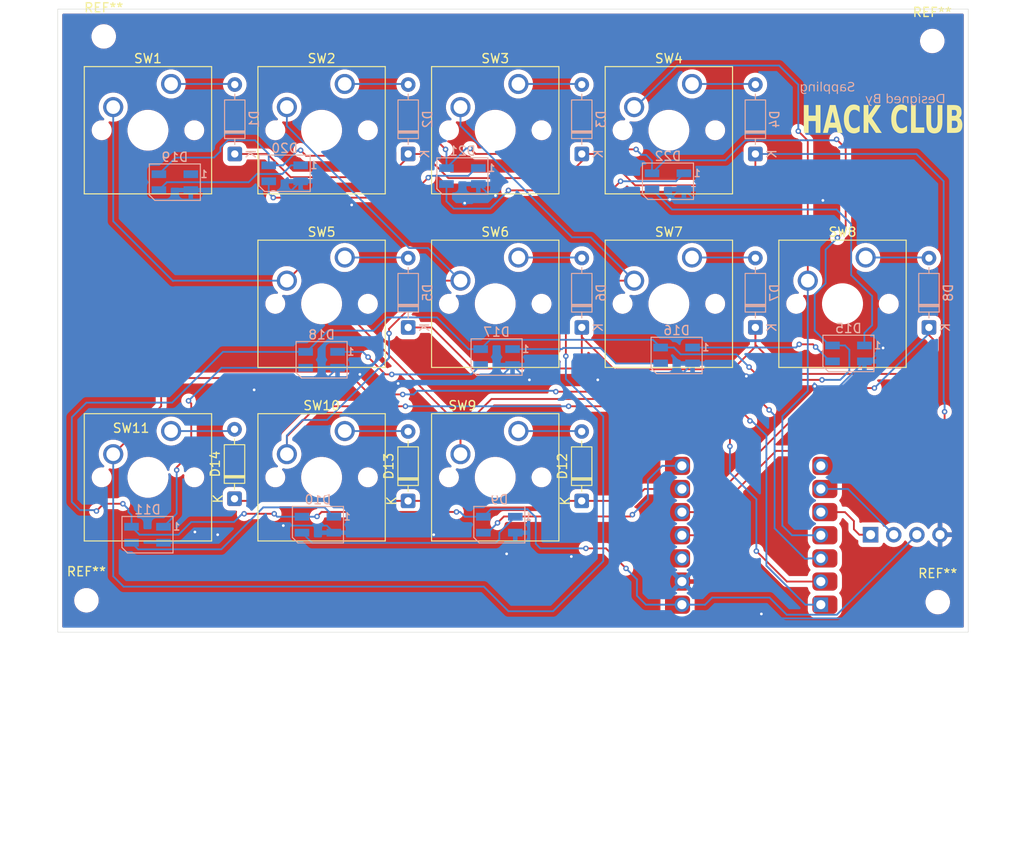
<source format=kicad_pcb>
(kicad_pcb (version 20241229) (generator "pcbnew") (generator_version "9.0")
  (layers (0 "F.Cu" signal) (2 "B.Cu" signal) (13 "F.Paste" user) (15 "B.Paste" user) (5 "F.SilkS" user "F.Silkscreen") (7 "B.SilkS" user "B.Silkscreen") (1 "F.Mask" user) (3 "B.Mask" user) (25 "Edge.Cuts" user))
  (net 0 "")
  (net 1 "R1")
  (net 2 "Net-(D1-A)")
  (net 3 "Net-(D2-A)")
  (net 4 "Net-(D3-A)")
  (net 5 "Net-(D4-A)")
  (net 6 "C5")
  (net 7 "Net-(D5-A)")
  (net 8 "Net-(D6-A)")
  (net 9 "Net-(D7-A)")
  (net 10 "Net-(D8-A)")
  (net 11 "Net-(D9-DIN)")
  (net 12 "C1")
  (net 13 "C2")
  (net 14 "C3")
  (net 15 "C4")
  (net 16 "3.3V")
  (net 17 "SDA")
  (net 18 "SCL")
  (net 19 "R2")
  (net 20 "GND1")
  (net 21 "Net-(D10-DIN)")
  (net 22 "VDD1")
  (net 23 "Net-(D10-DOUT)")
  (net 24 "Dout1")
  (net 25 "R3")
  (net 26 "Net-(D12-A)")
  (net 27 "Net-(D13-A)")
  (net 28 "Net-(D14-A)")
  (net 29 "Dout2")
  (net 30 "Net-(D15-DIN)")
  (net 31 "Net-(D16-DIN)")
  (net 32 "Net-(D17-DIN)")
  (net 34 "Net-(D19-DIN)")
  (net 35 "Net-(D20-DIN)")
  (net 36 "Net-(D21-DIN)")
  (footprint "MountingHole:MountingHole_2.2mm_M2" (layer "F.Cu") (at 90.4 65.9)
    (property "Reference" "REF**")
    (property "Value" "MountingHole_2.2mm_M2")
  )
  (footprint "MountingHole:MountingHole_2.2mm_M2" (layer "F.Cu") (at 88.5 127.8)
    (property "Reference" "REF**")
    (property "Value" "MountingHole_2.2mm_M2")
  )
  (footprint "ScottoKeebs_Components:OLED_128x32" (layer "F.Cu") (at 184.33 119 -90)
    (property "Reference" "U2" (hide yes))
    (property "Value" "~")
  )
  (footprint "Button_Switch_Keyboard:SW_Cherry_MX_1.00u_PCB" (layer "F.Cu") (at 135.89 109.22)
    (property "Reference" "SW9")
    (property "Value" "SW_Push")
  )
  (footprint "Diode_THT:D_DO-35_SOD27_P7.62mm_Horizontal" (layer "F.Cu") (at 104.7464 116.6494 90)
    (property "Reference" "D14")
    (property "Value" "1N4148")
  )
  (footprint "Button_Switch_Keyboard:SW_Cherry_MX_1.00u_PCB" (layer "F.Cu") (at 154.94 90.17)
    (property "Reference" "SW7")
    (property "Value" "SW_Push")
  )
  (footprint "Diode_THT:D_DO-35_SOD27_P7.62mm_Horizontal" (layer "F.Cu") (at 142.836 116.8885 90)
    (property "Reference" "D12")
    (property "Value" "1N4148")
  )
  (footprint "Button_Switch_Keyboard:SW_Cherry_MX_1.00u_PCB" (layer "F.Cu") (at 135.89 90.17)
    (property "Reference" "SW6")
    (property "Value" "SW_Push")
  )
  (footprint "Button_Switch_Keyboard:SW_Cherry_MX_1.00u_PCB" (layer "F.Cu") (at 97.79 109.22)
    (property "Reference" "SW11")
    (property "Value" "SW_Push")
  )
  (footprint "Button_Switch_Keyboard:SW_Cherry_MX_1.00u_PCB" (layer "F.Cu") (at 97.79 71.12)
    (property "Reference" "SW1")
    (property "Value" "SW_Push")
  )
  (footprint "Button_Switch_Keyboard:SW_Cherry_MX_1.00u_PCB" (layer "F.Cu") (at 116.84 90.17)
    (property "Reference" "SW5")
    (property "Value" "SW_Push")
  )
  (footprint "Button_Switch_Keyboard:SW_Cherry_MX_1.00u_PCB" (layer "F.Cu") (at 154.94 71.12)
    (property "Reference" "SW4")
    (property "Value" "SW_Push")
  )
  (footprint "Button_Switch_Keyboard:SW_Cherry_MX_1.00u_PCB" (layer "F.Cu") (at 135.89 71.12)
    (property "Reference" "SW3")
    (property "Value" "SW_Push")
  )
  (footprint "ScottoKeebs_MCU:Seeed_XIAO_RP2040" (layer "F.Cu") (at 161.45 120.66 180)
    (property "Reference" "U1" (hide yes))
    (property "Value" "XIAO-RP2040-DIP")
  )
  (footprint "Diode_THT:D_DO-35_SOD27_P7.62mm_Horizontal" (layer "F.Cu") (at 123.7912 116.8885 90)
    (property "Reference" "D13")
    (property "Value" "1N4148")
  )
  (footprint "MountingHole:MountingHole_2.2mm_M2" (layer "F.Cu") (at 181.9 128)
    (property "Reference" "REF**")
    (property "Value" "MountingHole_2.2mm_M2")
  )
  (footprint "Button_Switch_Keyboard:SW_Cherry_MX_1.00u_PCB" (layer "F.Cu") (at 116.84 109.22)
    (property "Reference" "SW10")
    (property "Value" "SW_Push")
  )
  (footprint "MountingHole:MountingHole_2.2mm_M2" (layer "F.Cu") (at 181.3 66.4)
    (property "Reference" "REF**")
    (property "Value" "MountingHole_2.2mm_M2")
  )
  (footprint "Button_Switch_Keyboard:SW_Cherry_MX_1.00u_PCB" (layer "F.Cu") (at 116.84 71.12)
    (property "Reference" "SW2")
    (property "Value" "SW_Push")
  )
  (footprint "Button_Switch_Keyboard:SW_Cherry_MX_1.00u_PCB" (layer "F.Cu") (at 173.99 90.17)
    (property "Reference" "SW8")
    (property "Value" "SW_Push")
  )
  (footprint "Diode_THT:D_DO-35_SOD27_P7.62mm_Horizontal" (layer "B.Cu") (at 161.8912 97.8489 90)
    (property "Reference" "D7")
    (property "Value" "1N4148")
  )
  (footprint "Diode_THT:D_DO-35_SOD27_P7.62mm_Horizontal" (layer "B.Cu") (at 142.8464 78.8041 90)
    (property "Reference" "D3")
    (property "Value" "1N4148")
  )
  (footprint "LED_SMD:LED_SK6812MINI_PLCC4_3.5x3.5mm_P1.75mm" (layer "B.Cu") (at 113.9 119.5 180)
    (property "Reference" "D10")
    (property "Value" "SK6812MINI")
  )
  (footprint "LED_SMD:LED_SK6812MINI_PLCC4_3.5x3.5mm_P1.75mm" (layer "B.Cu") (at 129.75 81.225 180)
    (property "Reference" "D21")
    (property "Value" "SK6812MINI")
  )
  (footprint "Diode_THT:D_DO-35_SOD27_P7.62mm_Horizontal" (layer "B.Cu") (at 104.775 78.8041 90)
    (property "Reference" "D1")
    (property "Value" "1N4148")
  )
  (footprint "LED_SMD:LED_SK6812MINI_PLCC4_3.5x3.5mm_P1.75mm" (layer "B.Cu") (at 153.25 100.925 180)
    (property "Reference" "D16")
    (property "Value" "SK6812MINI")
  )
  (footprint "LED_SMD:LED_SK6812MINI_PLCC4_3.5x3.5mm_P1.75mm" (layer "B.Cu") (at 110.25 80.925 180)
    (property "Reference" "D20")
    (property "Value" "SK6812MINI")
  )
  (footprint "LED_SMD:LED_SK6812MINI_PLCC4_3.5x3.5mm_P1.75mm" (layer "B.Cu") (at 172.1 100.7 180)
    (property "Reference" "D15")
    (property "Value" "SK6812MINI")
  )
  (footprint "LED_SMD:LED_SK6812MINI_PLCC4_3.5x3.5mm_P1.75mm" (layer "B.Cu") (at 152.3 81.8 180)
    (property "Reference" "D22")
    (property "Value" "SK6812MINI")
  )
  (footprint "Diode_THT:D_DO-35_SOD27_P7.62mm_Horizontal" (layer "B.Cu") (at 142.8464 97.8489 90)
    (property "Reference" "D6")
    (property "Value" "1N4148")
  )
  (footprint "Diode_THT:D_DO-35_SOD27_P7.62mm_Horizontal" (layer "B.Cu") (at 180.936 97.8489 90)
    (property "Reference" "D8")
    (property "Value" "1N4148")
  )
  (footprint "LED_SMD:LED_SK6812MINI_PLCC4_3.5x3.5mm_P1.75mm" (layer "B.Cu") (at 133.5 101.1 180)
    (property "Reference" "D17")
    (property "Value" "SK6812MINI")
  )
  (footprint "LED_SMD:LED_SK6812MINI_PLCC4_3.5x3.5mm_P1.75mm" (layer "B.Cu") (at 98.2 81.9 180)
    (property "Reference" "D19")
    (property "Value" "SK6812MINI")
  )
  (footprint "Diode_THT:D_DO-35_SOD27_P7.62mm_Horizontal" (layer "B.Cu") (at 161.8912 78.8041 90)
    (property "Reference" "D4")
    (property "Value" "1N4148")
  )
  (footprint "LED_SMD:LED_SK6812MINI_PLCC4_3.5x3.5mm_P1.75mm" (layer "B.Cu") (at 133.8 119.5 180)
    (property "Reference" "D9")
    (property "Value" "SK6812MINI")
  )
  (footprint "Diode_THT:D_DO-35_SOD27_P7.62mm_Horizontal" (layer "B.Cu") (at 123.8016 78.8041 90)
    (property "Reference" "D2")
    (property "Value" "1N4148")
  )
  (footprint "Diode_THT:D_DO-35_SOD27_P7.62mm_Horizontal" (layer "B.Cu") (at 123.8016 97.8489 90)
    (property "Reference" "D5")
    (property "Value" "1N4148")
  )
  (footprint "LED_SMD:LED_SK6812MINI_PLCC4_3.5x3.5mm_P1.75mm" (layer "B.Cu") (at 95.2 120.6 180)
    (property "Reference" "D11")
    (property "Value" "SK6812MINI")
  )
  (footprint "LED_SMD:LED_SK6812MINI_PLCC4_3.5x3.5mm_P1.75mm" (layer "B.Cu") (at 114.3 101.4 180)
    (property "Reference" "D18")
    (property "Value" "SK6812MINI")
  )
  (gr_rect (start 85.35 62.9) (end 185.25 131.3) (stroke (width 0.05)) (fill no) (layer "Edge.Cuts"))
  (gr_text "HACK CLUB" (at 166.95 77 0) (layer "F.SilkS") (effects (font (size 3 2) (thickness 0.3) (bold yes)) (justify left bottom)))
  (gr_text "Designed By" (at 182.75 73.4 0) (layer "B.SilkS") (effects (font (size 1 1) (thickness 0.1)) (justify left bottom mirror)))
  (gr_text "Sappling" (at 166.75 72.1 0) (layer "B.SilkS") (effects (font (size 1 1) (thickness 0.1)) (justify right bottom mirror)))
  (segment (start 176.45 114.4) (end 182.65 108.2) (width 0.2) (layer "F.Cu") (net 1))
  (segment (start 142.8464 78.8041) (end 145.2541 78.8041) (width 0.2) (layer "F.Cu") (net 1))
  (segment (start 164.15 111.4) (end 172.25 111.4) (width 0.2) (layer "F.Cu") (net 1))
  (segment (start 182.65 107.2) (end 182.65 107.1) (width 0.2) (layer "F.Cu") (net 1))
  (segment (start 161.9 80.45) (end 161.8912 80.4412) (width 0.2) (layer "F.Cu") (net 1))
  (segment (start 182.65 108.2) (end 182.65 107.2) (width 0.2) (layer "F.Cu") (net 1))
  (segment (start 123.8016 79.1484) (end 123.8016 78.8041) (width 0.2) (layer "F.Cu") (net 1))
  (segment (start 145.2541 78.8041) (end 148.7 82.25) (width 0.2) (layer "F.Cu") (net 1))
  (segment (start 148.7 82.25) (end 160.3 82.25) (width 0.2) (layer "F.Cu") (net 1))
  (segment (start 108.3541 78.8041) (end 110.9 81.35) (width 0.2) (layer "F.Cu") (net 1))
  (segment (start 123.8016 78.8041) (end 125.5541 78.8041) (width 0.2) (layer "F.Cu") (net 1))
  (segment (start 161.8912 80.4412) (end 161.8912 78.8041) (width 0.2) (layer "F.Cu") (net 1))
  (segment (start 175.25 114.4) (end 176.45 114.4) (width 0.2) (layer "F.Cu") (net 1))
  (segment (start 153.83 120.66) (end 156.31 120.66) (width 0.2) (layer "F.Cu") (net 1))
  (segment (start 110.9 81.35) (end 121.6 81.35) (width 0.2) (layer "F.Cu") (net 1))
  (segment (start 160.3 82.25) (end 161.9 80.65) (width 0.2) (layer "F.Cu") (net 1))
  (segment (start 161.9 80.65) (end 161.9 80.45) (width 0.2) (layer "F.Cu") (net 1))
  (segment (start 125.5541 78.8041) (end 128.2 81.45) (width 0.2) (layer "F.Cu") (net 1))
  (segment (start 159.03 119.62) (end 159.95 118.7) (width 0.2) (layer "F.Cu") (net 1))
  (segment (start 172.25 111.4) (end 175.25 114.4) (width 0.2) (layer "F.Cu") (net 1))
  (segment (start 121.6 81.35) (end 123.8016 79.1484) (width 0.2) (layer "F.Cu") (net 1))
  (segment (start 128.2 81.45) (end 141 81.45) (width 0.2) (layer "F.Cu") (net 1))
  (segment (start 159.95 118.7) (end 159.95 115.6) (width 0.2) (layer "F.Cu") (net 1))
  (segment (start 156.85 120.12) (end 157.05 120.12) (width 0.2) (layer "F.Cu") (net 1))
  (segment (start 157.55 119.62) (end 159.03 119.62) (width 0.2) (layer "F.Cu") (net 1))
  (segment (start 157.05 120.12) (end 157.55 119.62) (width 0.2) (layer "F.Cu") (net 1))
  (segment (start 141 81.45) (end 142.8464 79.6036) (width 0.2) (layer "F.Cu") (net 1))
  (segment (start 156.31 120.66) (end 156.85 120.12) (width 0.2) (layer "F.Cu") (net 1))
  (segment (start 104.775 78.8041) (end 108.3541 78.8041) (width 0.2) (layer "F.Cu") (net 1))
  (segment (start 159.95 115.6) (end 164.15 111.4) (width 0.2) (layer "F.Cu") (net 1))
  (segment (start 142.8464 79.6036) (end 142.8464 78.8041) (width 0.2) (layer "F.Cu") (net 1))
  (via (at 182.65 107.1) (size 0.6) (drill 0.3) (layers "F.Cu" "B.Cu") (net 1))
  (segment (start 161.8912 78.8041) (end 179.5541 78.8041) (width 0.2) (layer "B.Cu") (net 1))
  (segment (start 182.65 107.1) (end 182.65 106.1) (width 0.2) (layer "B.Cu") (net 1))
  (segment (start 182.55 81.8) (end 182.55 106) (width 0.2) (layer "B.Cu") (net 1))
  (segment (start 179.5541 78.8041) (end 182.55 81.8) (width 0.2) (layer "B.Cu") (net 1))
  (segment (start 182.65 106.1) (end 182.55 106) (width 0.2) (layer "B.Cu") (net 1))
  (segment (start 104.7109 71.12) (end 104.775 71.1841) (width 0.2) (layer "B.Cu") (net 2))
  (segment (start 97.79 71.12) (end 97.79 71.2482) (width 0.2) (layer "B.Cu") (net 2))
  (segment (start 97.79 71.12) (end 104.7109 71.12) (width 0.2) (layer "B.Cu") (net 2))
  (segment (start 97.79 71.2482) (end 97.615 71.4232) (width 0.2) (layer "B.Cu") (net 2))
  (segment (start 116.84 71.12) (end 123.7375 71.12) (width 0.2) (layer "B.Cu") (net 3))
  (segment (start 123.7375 71.12) (end 123.8016 71.1841) (width 0.2) (layer "B.Cu") (net 3))
  (segment (start 135.89 71.12) (end 142.7823 71.12) (width 0.2) (layer "B.Cu") (net 4))
  (segment (start 142.7823 71.12) (end 142.8464 71.1841) (width 0.2) (layer "B.Cu") (net 4))
  (segment (start 154.94 71.12) (end 161.8271 71.12) (width 0.2) (layer "B.Cu") (net 5))
  (segment (start 161.8271 71.12) (end 161.8912 71.1841) (width 0.2) (layer "B.Cu") (net 5))
  (segment (start 123.7427 90.17) (end 123.8016 90.2289) (width 0.2) (layer "B.Cu") (net 7))
  (segment (start 116.84 90.17) (end 123.7427 90.17) (width 0.2) (layer "B.Cu") (net 7))
  (segment (start 135.89 90.17) (end 142.7875 90.17) (width 0.2) (layer "B.Cu") (net 8))
  (segment (start 142.7875 90.17) (end 142.8464 90.2289) (width 0.2) (layer "B.Cu") (net 8))
  (segment (start 154.94 90.17) (end 161.8323 90.17) (width 0.2) (layer "B.Cu") (net 9))
  (segment (start 161.8323 90.17) (end 161.8912 90.2289) (width 0.2) (layer "B.Cu") (net 9))
  (segment (start 180.8771 90.17) (end 180.936 90.2289) (width 0.2) (layer "B.Cu") (net 10))
  (segment (start 173.99 90.17) (end 180.8771 90.17) (width 0.2) (layer "B.Cu") (net 10))
  (segment (start 134.3 118.6) (end 146.6 118.6) (width 0.2) (layer "F.Cu") (net 11))
  (segment (start 133.6 119.3) (end 134.3 118.6) (width 0.2) (layer "F.Cu") (net 11))
  (segment (start 148.2 118.6) (end 148.4 118.4) (width 0.2) (layer "F.Cu") (net 11))
  (segment (start 146.6 118.6) (end 148.2 118.6) (width 0.2) (layer "F.Cu") (net 11))
  (via (at 133.6 119.3) (size 0.6) (drill 0.3) (layers "F.Cu" "B.Cu") (net 11))
  (via (at 148.4 118.4) (size 0.6) (drill 0.3) (layers "F.Cu" "B.Cu") (net 11))
  (segment (start 148.4 118.4) (end 150.1 116.7) (width 0.2) (layer "B.Cu") (net 11))
  (segment (start 132.05 120.375) (end 132.525 120.375) (width 0.2) (layer "B.Cu") (net 11))
  (segment (start 151.66 113.04) (end 153.83 113.04) (width 0.2) (layer "B.Cu") (net 11))
  (segment (start 132.525 120.375) (end 133.6 119.3) (width 0.2) (layer "B.Cu") (net 11))
  (segment (start 150.1 116.7) (end 150.1 114.6) (width 0.2) (layer "B.Cu") (net 11))
  (segment (start 150.1 114.6) (end 151.66 113.04) (width 0.2) (layer "B.Cu") (net 11))
  (segment (start 132.94 105.7) (end 141.4 105.7) (width 0.2) (layer "F.Cu") (net 12))
  (segment (start 129.54 111.76) (end 129.54 109.1) (width 0.2) (layer "F.Cu") (net 12))
  (segment (start 161.3 108) (end 161.3 108.1) (width 0.2) (layer "F.Cu") (net 12))
  (segment (start 160.8 107.5) (end 161.3 108) (width 0.2) (layer "F.Cu") (net 12))
  (segment (start 158.435401 106.076345) (end 159.859056 107.5) (width 0.2) (layer "F.Cu") (net 12))
  (segment (start 129.54 109.1) (end 132.94 105.7) (width 0.2) (layer "F.Cu") (net 12))
  (segment (start 116.8 93.2) (end 117.3 93.2) (width 0.2) (layer "F.Cu") (net 12))
  (segment (start 159.859056 107.5) (end 160.7 107.5) (width 0.2) (layer "F.Cu") (net 12))
  (segment (start 129.54 108.74) (end 129.54 111.76) (width 0.2) (layer "F.Cu") (net 12))
  (segment (start 141.4 105.7) (end 158.059056 105.7) (width 0.2) (layer "F.Cu") (net 12))
  (segment (start 117.7 96.9) (end 129.54 108.74) (width 0.2) (layer "F.Cu") (net 12))
  (segment (start 117.7 93.6) (end 117.7 96.9) (width 0.2) (layer "F.Cu") (net 12))
  (segment (start 158.059056 105.7) (end 158.435401 106.076345) (width 0.2) (layer "F.Cu") (net 12))
  (segment (start 117.3 93.2) (end 117.7 93.6) (width 0.2) (layer "F.Cu") (net 12))
  (segment (start 115.1 91.5) (end 116.8 93.2) (width 0.2) (layer "F.Cu") (net 12))
  (segment (start 160.7 107.5) (end 160.8 107.5) (width 0.2) (layer "F.Cu") (net 12))
  (segment (start 111.7 91.5) (end 115.1 91.5) (width 0.2) (layer "F.Cu") (net 12))
  (segment (start 110.49 92.71) (end 111.7 91.5) (width 0.2) (layer "F.Cu") (net 12))
  (via (at 161.3 108.1) (size 0.6) (drill 0.3) (layers "F.Cu" "B.Cu") (net 12))
  (segment (start 91.44 86.19) (end 98 92.75) (width 0.2) (layer "B.Cu") (net 12))
  (segment (start 163.1 109.7) (end 163.1 124) (width 0.2) (layer "B.Cu") (net 12))
  (segment (start 163.1 124) (end 167.4 128.3) (width 0.2) (layer "B.Cu") (net 12))
  (segment (start 161.5 108.1) (end 163.1 109.7) (width 0.2) (layer "B.Cu") (net 12))
  (segment (start 167.42 128.28) (end 169.07 128.28) (width 0.2) (layer "B.Cu") (net 12))
  (segment (start 161.3 108.1) (end 161.5 108.1) (width 0.2) (layer "B.Cu") (net 12))
  (segment (start 98 92.75) (end 98.04 92.71) (width 0.2) (layer "B.Cu") (net 12))
  (segment (start 98.04 92.71) (end 110.49 92.71) (width 0.2) (layer "B.Cu") (net 12))
  (segment (start 91.44 73.66) (end 91.44 86.19) (width 0.2) (layer "B.Cu") (net 12))
  (segment (start 167.4 128.3) (end 167.42 128.28) (width 0.2) (layer "B.Cu") (net 12))
  (segment (start 159.1 109.7) (end 159.1 110.9) (width 0.2) (layer "F.Cu") (net 13))
  (segment (start 110.49 111.76) (end 110.49 109.81) (width 0.2) (layer "F.Cu") (net 13))
  (segment (start 126.99 92.71) (end 121.7 98) (width 0.2) (layer "F.Cu") (net 13))
  (segment (start 162 122.4) (end 165.34 125.74) (width 0.2) (layer "F.Cu") (net 13))
  (segment (start 121.7 98) (end 121.7 98.5) (width 0.2) (layer "F.Cu") (net 13))
  (segment (start 141.4 106.5) (end 155.9 106.5) (width 0.2) (layer "F.Cu") (net 13))
  (segment (start 111.7 108.6) (end 113.8 106.5) (width 0.2) (layer "F.Cu") (net 13))
  (segment (start 129.54 92.71) (end 126.99 92.71) (width 0.2) (layer "F.Cu") (net 13))
  (segment (start 165.34 125.74) (end 169.07 125.74) (width 0.2) (layer "F.Cu") (net 13))
  (segment (start 155.9 106.5) (end 158.9 109.5) (width 0.2) (layer "F.Cu") (net 13))
  (segment (start 158.9 109.5) (end 159.1 109.7) (width 0.2) (layer "F.Cu") (net 13))
  (segment (start 110.49 109.81) (end 111.7 108.6) (width 0.2) (layer "F.Cu") (net 13))
  (segment (start 113.8 106.5) (end 123.5 106.5) (width 0.2) (layer "F.Cu") (net 13))
  (via (at 162 122.4) (size 0.6) (drill 0.3) (layers "F.Cu" "B.Cu") (net 13))
  (via (at 121.7 98.5) (size 0.6) (drill 0.3) (layers "F.Cu" "B.Cu") (net 13))
  (via (at 141.4 106.5) (size 0.6) (drill 0.3) (layers "F.Cu" "B.Cu") (net 13))
  (via (at 123.5 106.5) (size 0.6) (drill 0.3) (layers "F.Cu" "B.Cu") (net 13))
  (via (at 159.1 110.9) (size 0.6) (drill 0.3) (layers "F.Cu" "B.Cu") (net 13))
  (segment (start 159.1 110.9) (end 159.1 113.8) (width 0.2) (layer "B.Cu") (net 13))
  (segment (start 112.2 108) (end 110.49 109.71) (width 0.2) (layer "B.Cu") (net 13))
  (segment (start 161.8 116.5) (end 162 116.7) (width 0.2) (layer "B.Cu") (net 13))
  (segment (start 114.9 108) (end 112.2 108) (width 0.2) (layer "B.Cu") (net 13))
  (segment (start 110.49 73.66) (end 110.49 75.714816) (width 0.2) (layer "B.Cu") (net 13))
  (segment (start 121.7 98.5) (end 121.7 101.2) (width 0.2) (layer "B.Cu") (net 13))
  (segment (start 162 116.7) (end 162 122.4) (width 0.2) (layer "B.Cu") (net 13))
  (segment (start 159.1 113.8) (end 161.8 116.5) (width 0.2) (layer "B.Cu") (net 13))
  (segment (start 121.7 101.2) (end 114.9 108) (width 0.2) (layer "B.Cu") (net 13))
  (segment (start 110.49 109.71) (end 110.49 111.76) (width 0.2) (layer "B.Cu") (net 13))
  (segment (start 110.49 75.714816) (end 123.903084 89.1279) (width 0.2) (layer "B.Cu") (net 13))
  (segment (start 123.903084 89.1279) (end 125.9579 89.1279) (width 0.2) (layer "B.Cu") (net 13))
  (segment (start 123.5 106.5) (end 141.4 106.5) (width 0.2) (layer "B.Cu") (net 13))
  (segment (start 125.9579 89.1279) (end 129.54 92.71) (width 0.2) (layer "B.Cu") (net 13))
  (segment (start 119.167872 104.808426) (end 119.559445 105.199999) (width 0.2) (layer "F.Cu") (net 14))
  (segment (start 119.559445 105.199999) (end 123.201075 105.199999) (width 0.2) (layer "F.Cu") (net 14))
  (segment (start 142.66847 92.71) (end 141.1 94.27847) (width 0.2) (layer "F.Cu") (net 14))
  (segment (start 140 104.9) (end 161.4 104.9) (width 0.2) (layer "F.Cu") (net 14))
  (segment (start 141.1 94.27847) (end 141.1 101) (width 0.2) (layer "F.Cu") (net 14))
  (segment (start 161.4 104.9) (end 163.4 106.9) (width 0.2) (layer "F.Cu") (net 14))
  (segment (start 148.59 92.71) (end 142.66847 92.71) (width 0.2) (layer "F.Cu") (net 14))
  (segment (start 96.7 104.2) (end 97.5 103.4) (width 0.2) (layer "F.Cu") (net 14))
  (segment (start 117.759446 103.4) (end 119.167872 104.808426) (width 0.2) (layer "F.Cu") (net 14))
  (segment (start 91.44 111.76) (end 96.7 106.5) (width 0.2) (layer "F.Cu") (net 14))
  (segment (start 97.5 103.4) (end 97.6 103.4) (width 0.2) (layer "F.Cu") (net 14))
  (segment (start 96.7 106.5) (end 96.7 104.2) (width 0.2) (layer "F.Cu") (net 14))
  (segment (start 97.6 103.4) (end 117.759446 103.4) (width 0.2) (layer "F.Cu") (net 14))
  (via (at 141.1 101) (size 0.6) (drill 0.3) (layers "F.Cu" "B.Cu") (net 14))
  (via (at 140 104.9) (size 0.6) (drill 0.3) (layers "F.Cu" "B.Cu") (net 14))
  (via (at 163.4 106.9) (size 0.6) (drill 0.3) (layers "F.Cu" "B.Cu") (net 14))
  (via (at 123.201075 105.199999) (size 0.6) (drill 0.3) (layers "F.Cu" "B.Cu") (net 14))
  (segment (start 164 119.9) (end 167.33405 123.23405) (width 0.2) (layer "B.Cu") (net 14))
  (segment (start 141.775184 87.95) (end 143.83 87.95) (width 0.2) (layer "B.Cu") (net 14))
  (segment (start 139.9 104.8) (end 140 104.9) (width 0.2) (layer "B.Cu") (net 14))
  (segment (start 92.58 126.3) (end 132.1 126.3) (width 0.2) (layer "B.Cu") (net 14))
  (segment (start 124.400001 105.199999) (end 124.8 104.8) (width 0.2) (layer "B.Cu") (net 14))
  (segment (start 145.2 123.5) (end 145.2 107.6) (width 0.2) (layer "B.Cu") (net 14))
  (segment (start 163.4 106.9) (end 164 107.5) (width 0.2) (layer "B.Cu") (net 14))
  (segment (start 132.1 126.3) (end 134.8 129) (width 0.2) (layer "B.Cu") (net 14))
  (segment (start 124.8 104.8) (end 139.9 104.8) (width 0.2) (layer "B.Cu") (net 14))
  (segment (start 167.659949 123.23405) (end 167.693999 123.2) (width 0.2) (layer "B.Cu") (net 14))
  (segment (start 139.7 129) (end 145.2 123.5) (width 0.2) (layer "B.Cu") (net 14))
  (segment (start 129.54 73.66) (end 129.54 75.714816) (width 0.2) (layer "B.Cu") (net 14))
  (segment (start 134.8 129) (end 139.7 129) (width 0.2) (layer "B.Cu") (net 14))
  (segment (start 167.693999 123.2) (end 169.07 123.2) (width 0.2) (layer "B.Cu") (net 14))
  (segment (start 145.2 107.6) (end 141.1 103.5) (width 0.2) (layer "B.Cu") (net 14))
  (segment (start 167.33405 123.23405) (end 167.659949 123.23405) (width 0.2) (layer "B.Cu") (net 14))
  (segment (start 91.44 125.16) (end 92.58 126.3) (width 0.2) (layer "B.Cu") (net 14))
  (segment (start 141.1 103.5) (end 141.1 101) (width 0.2) (layer "B.Cu") (net 14))
  (segment (start 123.201075 105.199999) (end 124.400001 105.199999) (width 0.2) (layer "B.Cu") (net 14))
  (segment (start 91.44 111.76) (end 91.44 125.16) (width 0.2) (layer "B.Cu") (net 14))
  (segment (start 143.83 87.95) (end 148.59 92.71) (width 0.2) (layer "B.Cu") (net 14))
  (segment (start 129.54 75.714816) (end 141.775184 87.95) (width 0.2) (layer "B.Cu") (net 14))
  (segment (start 164 107.5) (end 164 119.9) (width 0.2) (layer "B.Cu") (net 14))
  (segment (start 167.64 77.34) (end 167.64 92.71) (width 0.2) (layer "F.Cu") (net 15))
  (segment (start 166.6 76.3) (end 167.64 77.34) (width 0.2) (layer "F.Cu") (net 15))
  (via (at 166.6 76.3) (size 0.6) (drill 0.3) (layers "F.Cu" "B.Cu") (net 15))
  (segment (start 165.91 120.66) (end 169.07 120.66) (width 0.2) (layer "B.Cu") (net 15))
  (segment (start 148.59 73.66) (end 148.59 73.81) (width 0.2) (layer "B.Cu") (net 15))
  (segment (start 148.59 73.81) (end 148.5 73.9) (width 0.2) (layer "B.Cu") (net 15))
  (segment (start 153.3 69.1) (end 164.5 69.1) (width 0.2) (layer "B.Cu") (net 15))
  (segment (start 166.6 71.2) (end 166.6 75.6) (width 0.2) (layer "B.Cu") (net 15))
  (segment (start 166.6 75.6) (end 166.6 76.3) (width 0.2) (layer "B.Cu") (net 15))
  (segment (start 164.85 119.6) (end 165.91 120.66) (width 0.2) (layer "B.Cu") (net 15))
  (segment (start 148.5 73.9) (end 153.3 69.1) (width 0.2) (layer "B.Cu") (net 15))
  (segment (start 167.64 104.81) (end 164.85 107.6) (width 0.2) (layer "B.Cu") (net 15))
  (segment (start 167.64 92.71) (end 167.64 104.81) (width 0.2) (layer "B.Cu") (net 15))
  (segment (start 164.85 107.6) (end 164.85 119.6) (width 0.2) (layer "B.Cu") (net 15))
  (segment (start 164.5 69.1) (end 166.6 71.2) (width 0.2) (layer "B.Cu") (net 15))
  (segment (start 174.53 120.6) (end 173.3 120.6) (width 0.2) (layer "F.Cu") (net 17))
  (segment (start 172.7 120) (end 172.7 119.1) (width 0.2) (layer "F.Cu") (net 17))
  (segment (start 173.3 120.6) (end 172.7 120) (width 0.2) (layer "F.Cu") (net 17))
  (segment (start 171.72 118.12) (end 169.515 118.12) (width 0.2) (layer "F.Cu") (net 17))
  (segment (start 172.7 119.1) (end 171.72 118.12) (width 0.2) (layer "F.Cu") (net 17))
  (segment (start 172.05 115.58) (end 169.07 115.58) (width 0.2) (layer "B.Cu") (net 18))
  (segment (start 177.07 120.6) (end 172.05 115.58) (width 0.2) (layer "B.Cu") (net 18))
  (segment (start 142.8464 98.8964) (end 146.5 102.55) (width 0.2) (layer "F.Cu") (net 19))
  (segment (start 165.1 102.95) (end 178.7 102.95) (width 0.2) (layer "F.Cu") (net 19))
  (segment (start 161.8912 99.7412) (end 165.1 102.95) (width 0.2) (layer "F.Cu") (net 19))
  (segment (start 146.6 102.45) (end 159.4 102.45) (width 0.2) (layer "F.Cu") (net 19))
  (segment (start 181.4 100.25) (end 181.4 99.15) (width 0.2) (layer "F.Cu") (net 19))
  (segment (start 180.936 98.686) (end 180.936 97.8489) (width 0.2) (layer "F.Cu") (net 19))
  (segment (start 159.4 102.45) (end 161.8912 99.9588) (width 0.2) (layer "F.Cu") (net 19))
  (segment (start 181.4 99.15) (end 180.936 98.686) (width 0.2) (layer "F.Cu") (net 19))
  (segment (start 130.9 102.35) (end 142 102.35) (width 0.2) (layer "F.Cu") (net 19))
  (segment (start 142 102.35) (end 142.8464 101.5036) (width 0.2) (layer "F.Cu") (net 19))
  (segment (start 169.37 104.5) (end 155.75 118.12) (width 0.2) (layer "F.Cu") (net 19))
  (segment (start 161.8912 97.8489) (end 161.8912 99.7412) (width 0.2) (layer "F.Cu") (net 19))
  (segment (start 142.8464 97.8489) (end 142.8464 98.8964) (width 0.2) (layer "F.Cu") (net 19))
  (segment (start 142.8464 101.5036) (end 142.8464 97.8489) (width 0.2) (layer "F.Cu") (net 19))
  (segment (start 161.8912 99.9588) (end 161.8912 97.8489) (width 0.2) (layer "F.Cu") (net 19))
  (segment (start 155.75 118.12) (end 153.35 118.12) (width 0.2) (layer "F.Cu") (net 19))
  (segment (start 174.95 104.5) (end 169.37 104.5) (width 0.2) (layer "F.Cu") (net 19))
  (segment (start 126.3989 97.8489) (end 130.9 102.35) (width 0.2) (layer "F.Cu") (net 19))
  (segment (start 178.7 102.95) (end 181.4 100.25) (width 0.2) (layer "F.Cu") (net 19))
  (segment (start 146.5 102.55) (end 146.6 102.45) (width 0.2) (layer "F.Cu") (net 19))
  (segment (start 123.8016 97.8489) (end 126.3989 97.8489) (width 0.2) (layer "F.Cu") (net 19))
  (via (at 174.95 104.5) (size 0.6) (drill 0.3) (layers "F.Cu" "B.Cu") (net 19))
  (segment (start 180.936 98.514) (end 174.95 104.5) (width 0.2) (layer "B.Cu") (net 19))
  (segment (start 180.936 97.8489) (end 180.936 98.514) (width 0.2) (layer "B.Cu") (net 19))
  (segment (start 106.9 104.7) (end 105.6 104.7) (width 0.2) (layer "F.Cu") (net 20))
  (segment (start 138.4 84.7) (end 139.4 83.7) (width 0.2) (layer "F.Cu") (net 20))
  (segment (start 109.1 120.6) (end 110.1 119.6) (width 0.2) (layer "F.Cu") (net 20))
  (segment (start 162.55 129.3) (end 158.99 125.74) (width 0.2) (layer "F.Cu") (net 20))
  (segment (start 174.1 92.2) (end 175.2 93.3) (width 0.2) (layer "F.Cu") (net 20))
  (segment (start 134.7 84.7) (end 138.4 84.7) (width 0.2) (layer "F.Cu") (net 20))
  (segment (start 170.6 90.5) (end 172.3 92.2) (width 0.2) (layer "F.Cu") (net 20))
  (segment (start 102 108.3) (end 102 116.4) (width 0.2) (layer "F.Cu") (net 20))
  (segment (start 169.3 83.9) (end 169.6 84.2) (width 0.2) (layer "F.Cu") (net 20))
  (segment (start 117.6 84.4) (end 117.8 84.2) (width 0.2) (layer "F.Cu") (net 20))
  (segment (start 175.2 98) (end 176 98.8) (width 0.2) (layer "F.Cu") (net 20))
  (segment (start 158.99 125.74) (end 153.83 125.74) (width 0.2) (layer "F.Cu") (net 20))
  (segment (start 102.4 107.9) (end 102 108.3) (width 0.2) (layer "F.Cu") (net 20))
  (segment (start 176 98.8) (end 176 100) (width 0.2) (layer "F.Cu") (net 20))
  (segment (start 126.6 120.6) (end 128.7 122.7) (width 0.2) (layer "F.Cu") (net 20))
  (segment (start 141.7 123) (end 144.44 125.74) (width 0.2) (layer "F.Cu") (net 20))
  (segment (start 168.4 104.3) (end 162 104.3) (width 0.2) (layer "F.Cu") (net 20))
  (segment (start 144.6 103.6) (end 137.1 103.6) (width 0.2) (layer "F.Cu") (net 20))
  (segment (start 139.4 83.7) (end 152.4 83.7) (width 0.2) (layer "F.Cu") (net 20))
  (segment (start 117.8 84.2) (end 130 84.2) (width 0.2) (layer "F.Cu") (net 20))
  (segment (start 172.3 92.2) (end 174.1 92.2) (width 0.2) (layer "F.Cu") (net 20))
  (segment (start 102 118.7) (end 100.4 120.3) (width 0.2) (layer "F.Cu") (net 20))
  (segment (start 170.2 90.5) (end 170.6 90.5) (width 0.2) (layer "F.Cu") (net 20))
  (segment (start 162 104.3) (end 160.9 103.2) (width 0.2) (layer "F.Cu") (net 20))
  (segment (start 133.375735 83.375735) (end 134.7 84.7) (width 0.2) (layer "F.Cu") (net 20))
  (segment (start 152.4 83.7) (end 152.5 83.8) (width 0.2) (layer "F.Cu") (net 20))
  (segment (start 102.9 120.6) (end 109.1 120.6) (width 0.2) (layer "F.Cu") (net 20))
  (segment (start 128.7 122.7) (end 134.6 122.7) (width 0.2) (layer "F.Cu") (net 20))
  (segment (start 169 85.5) (end 169 89.3) (width 0.2) (layer "F.Cu") (net 20))
  (segment (start 169 89.3) (end 170.2 90.5) (width 0.2) (layer "F.Cu") (net 20))
  (segment (start 105.6 104.7) (end 102.4 107.9) (width 0.2) (layer "F.Cu") (net 20))
  (segment (start 169.6 84.9) (end 169 85.5) (width 0.2) (layer "F.Cu") (net 20))
  (segment (start 169.6 84.2) (end 169.6 84.9) (width 0.2) (layer "F.Cu") (net 20))
  (segment (start 144.44 125.74) (end 153.35 125.74) (width 0.2) (layer "F.Cu") (net 20))
  (segment (start 122.7 104) (end 119.5 104) (width 0.2) (layer "F.Cu") (net 20))
  (segment (start 175.2 93.3) (end 175.2 98) (width 0.2) (layer "F.Cu") (net 20))
  (segment (start 119.5 104) (end 118.5 103) (width 0.2) (layer "F.Cu") (net 20))
  (segment (start 102 116.4) (end 102 118.7) (width 0.2) (layer "F.Cu") (net 20))
  (segment (start 176 100) (end 175.9 100.1) (width 0.2) (layer "F.Cu") (net 20))
  (via (at 137.1 103.6) (size 0.6) (drill 0.3) (layers "F.Cu" "B.Cu") (net 20))
  (via (at 118.5 103) (size 0.6) (drill 0.3) (layers "F.Cu" "B.Cu") (net 20))
  (via (at 126.6 120.6) (size 0.6) (drill 0.3) (layers "F.Cu" "B.Cu") (net 20))
  (via (at 175.9 100.1) (size 0.6) (drill 0.3) (layers "F.Cu" "B.Cu") (net 20))
  (via (at 144.6 103.6) (size 0.6) (drill 0.3) (layers "F.Cu" "B.Cu") (net 20))
  (via (at 141.7 123) (size 0.6) (drill 0.3) (layers "F.Cu" "B.Cu") (net 20))
  (via (at 162.55 129.3) (size 0.6) (drill 0.3) (layers "F.Cu" "B.Cu") (net 20))
  (via (at 110.1 119.6) (size 0.6) (drill 0.3) (layers "F.Cu" "B.Cu") (net 20))
  (via (at 130 84.2) (size 0.6) (drill 0.3) (layers "F.Cu" "B.Cu") (net 20))
  (via (at 152.5 83.8) (size 0.6) (drill 0.3) (layers "F.Cu" "B.Cu") (net 20))
  (via (at 122.7 104) (size 0.6) (drill 0.3) (layers "F.Cu" "B.Cu") (net 20))
  (via (at 117.6 84.4) (size 0.6) (drill 0.3) (layers "F.Cu" "B.Cu") (net 20))
  (via (at 169.3 83.9) (size 0.6) (drill 0.3) (layers "F.Cu" "B.Cu") (net 20))
  (via (at 134.6 122.7) (size 0.6) (drill 0.3) (layers "F.Cu" "B.Cu") (net 20))
  (via (at 100.4 120.3) (size 0.6) (drill 0.3) (layers "F.Cu" "B.Cu") (net 20))
  (via (at 168.4 104.3) (size 0.6) (drill 0.3) (layers "F.Cu" "B.Cu") (net 20))
  (via (at 133.375735 83.375735) (size 0.6) (drill 0.3) (layers "F.Cu" "B.Cu") (net 20))
  (via (at 102.9 120.6) (size 0.6) (drill 0.3) (layers "F.Cu" "B.Cu") (net 20))
  (via (at 106.9 104.7) (size 0.6) (drill 0.3) (layers "F.Cu" "B.Cu") (net 20))
  (via (at 160.9 103.2) (size 0.6) (drill 0.3) (layers "F.Cu" "B.Cu") (net 20))
  (segment (start 102.025 121.475) (end 102.9 120.6) (width 0.2) (layer "B.Cu") (net 20))
  (segment (start 134.6 122.7) (end 135.55 121.75) (width 0.2) (layer "B.Cu") (net 20))
  (segment (start 96.95 121.475) (end 102.025 121.475) (width 0.2) (layer "B.Cu") (net 20))
  (segment (start 109.5 84.3) (end 112 81.8) (width 0.2) (layer "B.Cu") (net 20))
  (segment (start 118.5 103) (end 117.775 102.275) (width 0.2) (layer "B.Cu") (net 20))
  (segment (start 131.5 82.1) (end 132.775735 83.375735) (width 0.2) (layer "B.Cu") (net 20))
  (segment (start 182.15 121.9) (end 174.268 129.782) (width 0.2) (layer "B.Cu") (net 20))
  (segment (start 126.375 120.375) (end 126.6 120.6) (width 0.2) (layer "B.Cu") (net 20))
  (segment (start 105.3 84.3) (end 109.5 84.3) (width 0.2) (layer "B.Cu") (net 20))
  (segment (start 182.15 120.6) (end 182.15 121.9) (width 0.2) (layer "B.Cu") (net 20))
  (segment (start 159.5 101.8) (end 155 101.8) (width 0.2) (layer "B.Cu") (net 20))
  (segment (start 174.425 101.575) (end 173.85 101.575) (width 0.2) (layer "B.Cu") (net 20))
  (segment (start 131.5 83.5) (end 131.5 82.1) (width 0.2) (layer "B.Cu") (net 20))
  (segment (start 137.1 103.6) (end 136.875 103.6) (width 0.2) (layer "B.Cu") (net 20))
  (segment (start 132.775735 83.375735) (end 133.375735 83.375735) (width 0.2) (layer "B.Cu") (net 20))
  (segment (start 173.85 101.575) (end 171.125 104.3) (width 0.2) (layer "B.Cu") (net 20))
  (segment (start 135.25 101.975) (end 133.225 104) (width 0.2) (layer "B.Cu") (net 20))
  (segment (start 154.05 82.675) (end 155.075 83.7) (width 0.2) (layer "B.Cu") (net 20))
  (segment (start 153.625 82.675) (end 154.05 82.675) (width 0.2) (layer "B.Cu") (net 20))
  (segment (start 160.9 103.2) (end 159.5 101.8) (width 0.2) (layer "B.Cu") (net 20))
  (segment (start 103.775 82.775) (end 105.3 84.3) (width 0.2) (layer "B.Cu") (net 20))
  (segment (start 113.625 104.7) (end 106.9 104.7) (width 0.2) (layer "B.Cu") (net 20))
  (segment (start 133.225 104) (end 122.7 104) (width 0.2) (layer "B.Cu") (net 20))
  (segment (start 155.075 83.7) (end 155.7 83.7) (width 0.2) (layer "B.Cu") (net 20))
  (segment (start 136.5 122.8) (end 141.5 122.8) (width 0.2) (layer "B.Cu") (net 20))
  (segment (start 112 82.5) (end 113.9 84.4) (width 0.2) (layer "B.Cu") (net 20))
  (segment (start 99.95 82.775) (end 103.775 82.775) (width 0.2) (layer "B.Cu") (net 20))
  (segment (start 135.55 120.375) (end 135.55 121.85) (width 0.2) (layer "B.Cu") (net 20))
  (segment (start 115.65 120.375) (end 126.375 120.375) (width 0.2) (layer "B.Cu") (net 20))
  (segment (start 174.268 129.782) (end 163.032 129.782) (width 0.2) (layer "B.Cu") (net 20))
  (segment (start 135.55 121.75) (end 135.55 120.375) (width 0.2) (layer "B.Cu") (net 20))
  (segment (start 153.2 103.6) (end 144.6 103.6) (width 0.2) (layer "B.Cu") (net 20))
  (segment (start 152.5 83.8) (end 153.625 82.675) (width 0.2) (layer "B.Cu") (net 20))
  (segment (start 130.8 84.2) (end 131.5 83.5) (width 0.2) (layer "B.Cu") (net 20))
  (segment (start 112 81.8) (end 112 82.5) (width 0.2) (layer "B.Cu") (net 20))
  (segment (start 136.875 103.6) (end 135.25 101.975) (width 0.2) (layer "B.Cu") (net 20))
  (segment (start 113.9 84.4) (end 117.6 84.4) (width 0.2) (layer "B.Cu") (net 20))
  (segment (start 155.7 83.7) (end 169.1 83.7) (width 0.2) (layer "B.Cu") (net 20))
  (segment (start 169.1 83.7) (end 169.3 83.9) (width 0.2) (layer "B.Cu") (net 20))
  (segment (start 135.55 121.85) (end 136.5 122.8) (width 0.2) (layer "B.Cu") (net 20))
  (segment (start 175.9 100.1) (end 174.425 101.575) (width 0.2) (layer "B.Cu") (net 20))
  (segment (start 116.05 102.275) (end 113.625 104.7) (width 0.2) (layer "B.Cu") (net 20))
  (segment (start 155 101.8) (end 153.2 103.6) (width 0.2) (layer "B.Cu") (net 20))
  (segment (start 114.875 119.6) (end 115.65 120.375) (width 0.2) (layer "B.Cu") (net 20))
  (segment (start 100.4 120.3) (end 99.225 121.475) (width 0.2) (layer "B.Cu") (net 20))
  (segment (start 117.775 102.275) (end 116.05 102.275) (width 0.2) (layer "B.Cu") (net 20))
  (segment (start 141.5 122.8) (end 141.7 123) (width 0.2) (layer "B.Cu") (net 20))
  (segment (start 110.1 119.6) (end 114.875 119.6) (width 0.2) (layer "B.Cu") (net 20))
  (segment (start 130 84.2) (end 130.8 84.2) (width 0.2) (layer "B.Cu") (net 20))
  (segment (start 171.125 104.3) (end 168.4 104.3) (width 0.2) (layer "B.Cu") (net 20))
  (segment (start 163.032 129.782) (end 162.55 129.3) (width 0.2) (layer "B.Cu") (net 20))
  (segment (start 99.225 121.475) (end 96.95 121.475) (width 0.2) (layer "B.Cu") (net 20))
  (segment (start 133.8 120.375) (end 135.55 118.625) (width 0.2) (layer "B.Cu") (net 21))
  (segment (start 112.15 120.375) (end 113.275 121.5) (width 0.2) (layer "B.Cu") (net 21))
  (segment (start 113.275 121.5) (end 133.4 121.5) (width 0.2) (layer "B.Cu") (net 21))
  (segment (start 133.4 121.5) (end 133.8 121.1) (width 0.2) (layer "B.Cu") (net 21))
  (segment (start 133.8 121.1) (end 133.8 120.375) (width 0.2) (layer "B.Cu") (net 21))
  (segment (start 146.2 77.8) (end 146.7 78.3) (width 0.2) (layer "F.Cu") (net 22))
  (segment (start 126.3 77.4) (end 127 77.4) (width 0.2) (layer "F.Cu") (net 22))
  (segment (start 127 77.4) (end 127.9 78.3) (width 0.2) (layer "F.Cu") (net 22))
  (segment (start 121 79) (end 122.4 77.6) (width 0.2) (layer "F.Cu") (net 22))
  (segment (start 114.3 118.1) (end 129.1 118.1) (width 0.2) (layer "F.Cu") (net 22))
  (segment (start 122.6 77.4) (end 126.3 77.4) (width 0.2) (layer "F.Cu") (net 22))
  (segment (start 171.8 87.1) (end 170.9 88) (width 0.2) (layer "F.Cu") (net 22))
  (segment (start 122.4 77.6) (end 122.6 77.4) (width 0.2) (layer "F.Cu") (net 22))
  (segment (start 169.2 103.6) (end 162.6 103.6) (width 0.2) (layer "F.Cu") (net 22))
  (segment (start 138.1 78.8) (end 138.9 78.8) (width 0.2) (layer "F.Cu") (net 22))
  (segment (start 145.5 122.1) (end 147.7 124.3) (width 0.2) (layer "F.Cu") (net 22))
  (segment (start 143.3 122.1) (end 145.5 122.1) (width 0.2) (layer "F.Cu") (net 22))
  (segment (start 89.6 118) (end 90.4 117.2) (width 0.2) (layer "F.Cu") (net 22))
  (segment (start 112.6 79) (end 115.7 79) (width 0.2) (layer "F.Cu") (net 22))
  (segment (start 141.2 76.5) (end 144.9 76.5) (width 0.2) (layer "F.Cu") (net 22))
  (segment (start 162.6 103.6) (end 161.2 102.2) (width 0.2) (layer "F.Cu") (net 22))
  (segment (start 115.7 79) (end 121 79) (width 0.2) (layer "F.Cu") (net 22))
  (segment (start 138.9 78.8) (end 141.2 76.5) (width 0.2) (layer "F.Cu") (net 22))
  (segment (start 113.8 118.6) (end 114.3 118.1) (width 0.2) (layer "F.Cu") (net 22))
  (segment (start 131.2 78.8) (end 138.1 78.8) (width 0.2) (layer "F.Cu") (net 22))
  (segment (start 90.4 117.2) (end 92.5 117.2) (width 0.2) (layer "F.Cu") (net 22))
  (segment (start 144.9 76.5) (end 146.2 77.8) (width 0.2) (layer "F.Cu") (net 22))
  (segment (start 146.7 78.3) (end 148.8 78.3) (width 0.2) (layer "F.Cu") (net 22))
  (segment (start 112 78.4) (end 112.6 79) (width 0.2) (layer "F.Cu") (net 22))
  (segment (start 170.8 77.2) (end 171.8 78.2) (width 0.2) (layer "F.Cu") (net 22))
  (segment (start 171.8 80.8) (end 171.8 87.1) (width 0.2) (layer "F.Cu") (net 22))
  (segment (start 171.8 78.2) (end 171.8 80.8) (width 0.2) (layer "F.Cu") (net 22))
  (segment (start 130.6 78.2) (end 131.2 78.8) (width 0.2) (layer "F.Cu") (net 22))
  (segment (start 105.8 118.3) (end 109.1 118.3) (width 0.2) (layer "F.Cu") (net 22))
  (via (at 169.2 103.6) (size 0.6) (drill 0.3) (layers "F.Cu" "B.Cu") (net 22))
  (via (at 113.8 118.6) (size 0.6) (drill 0.3) (layers "F.Cu" "B.Cu") (net 22))
  (via (at 130.6 78.2) (size 0.6) (drill 0.3) (layers "F.Cu" "B.Cu") (net 22))
  (via (at 92.5 117.2) (size 0.6) (drill 0.3) (layers "F.Cu" "B.Cu") (net 22))
  (via (at 170.9 88) (size 0.6) (drill 0.3) (layers "F.Cu" "B.Cu") (net 22))
  (via (at 109.1 118.3) (size 0.6) (drill 0.3) (layers "F.Cu" "B.Cu") (net 22))
  (via (at 143.3 122.1) (size 0.6) (drill 0.3) (layers "F.Cu" "B.Cu") (net 22))
  (via (at 161.2 102.2) (size 0.6) (drill 0.3) (layers "F.Cu" "B.Cu") (net 22))
  (via (at 147.7 124.3) (size 0.6) (drill 0.3) (layers "F.Cu" "B.Cu") (net 22))
  (via (at 148.8 78.3) (size 0.6) (drill 0.3) (layers "F.Cu" "B.Cu") (net 22))
  (via (at 105.8 118.3) (size 0.6) (drill 0.3) (layers "F.Cu" "B.Cu") (net 22))
  (via (at 170.8 77.2) (size 0.6) (drill 0.3) (layers "F.Cu" "B.Cu") (net 22))
  (via (at 112 78.4) (size 0.6) (drill 0.3) (layers "F.Cu" "B.Cu") (net 22))
  (via (at 89.6 118) (size 0.6) (drill 0.3) (layers "F.Cu" "B.Cu") (net 22))
  (via (at 129.1 118.1) (size 0.6) (drill 0.3) (layers "F.Cu" "B.Cu") (net 22))
  (via (at 127.9 78.3) (size 0.6) (drill 0.3) (layers "F.Cu" "B.Cu") (net 22))
  (segment (start 130.025 118.625) (end 132.05 118.625) (width 0.2) (layer "B.Cu") (net 22))
  (segment (start 100 119.2) (end 104.7 119.2) (width 0.2) (layer "B.Cu") (net 22))
  (segment (start 113.775 118.625) (end 113.8 118.6) (width 0.2) (layer "B.Cu") (net 22))
  (segment (start 103.2 78.5) (end 103.2 78.1) (width 0.2) (layer "B.Cu") (net 22))
  (segment (start 150.55 79.55) (end 150.55 80.925) (width 0.2) (layer "B.Cu") (net 22))
  (segment (start 129.5 118.1) (end 130.025 118.625) (width 0.2) (layer "B.Cu") (net 22))
  (segment (start 131.75 100.225) (end 130.425 100.225) (width 0.2) (layer "B.Cu") (net 22))
  (segment (start 110.05 80.05) (end 111.7 78.4) (width 0.2) (layer "B.Cu") (net 22))
  (segment (start 172.2 100.3) (end 172.2 102.6) (width 0.2) (layer "B.Cu") (net 22))
  (segment (start 148.9 125.5) (end 148.9 127.3) (width 0.2) (layer "B.Cu") (net 22))
  (segment (start 149.4 78.9) (end 149.9 78.9) (width 0.2) (layer "B.Cu") (net 22))
  (segment (start 88.5 106.1) (end 86.9 107.7) (width 0.2) (layer "B.Cu") (net 22))
  (segment (start 93.1 117.8) (end 93.1 118.1) (width 0.2) (layer "B.Cu") (net 22))
  (segment (start 149.88 128.28) (end 153.83 128.28) (width 0.2) (layer "B.Cu") (net 22))
  (segment (start 151.975 79.5) (end 157.3 79.5) (width 0.2) (layer "B.Cu") (net 22))
  (segment (start 130.15 78.2) (end 130.6 78.2) (width 0.2) (layer "B.Cu") (net 22))
  (segment (start 158.6 79.5) (end 160.8 77.3) (width 0.2) (layer "B.Cu") (net 22))
  (segment (start 179.61 120.6) (end 170.829 129.381) (width 0.2) (layer "B.Cu") (net 22))
  (segment (start 128 80.35) (end 130.15 78.2) (width 0.2) (layer "B.Cu") (net 22))
  (segment (start 109.425 118.625) (end 112.15 118.625) (width 0.2) (layer "B.Cu") (net 22))
  (segment (start 165.331 129.381) (end 170.829 129.381) (width 0.2) (layer "B.Cu") (net 22))
  (segment (start 160.8 77.3) (end 166.6 77.3) (width 0.2) (layer "B.Cu") (net 22))
  (segment (start 98.275 79.2) (end 102.5 79.2) (width 0.2) (layer "B.Cu") (net 22))
  (segment (start 170.7 77.3) (end 170.8 77.2) (width 0.2) (layer "B.Cu") (net 22))
  (segment (start 153.7 100.8) (end 152.95 100.05) (width 0.2) (layer "B.Cu") (net 22))
  (segment (start 93.45 118.45) (end 93.45 119.725) (width 0.2) (layer "B.Cu") (net 22))
  (segment (start 115 98.2) (end 112.675 100.525) (width 0.2) (layer "B.Cu") (net 22))
  (segment (start 170.025 99.825) (end 170.35 99.825) (width 0.2) (layer "B.Cu") (net 22))
  (segment (start 87.8 117.9) (end 89.5 117.9) (width 0.2) (layer "B.Cu") (net 22))
  (segment (start 171.2 103.6) (end 170.1 103.6) (width 0.2) (layer "B.Cu") (net 22))
  (segment (start 157.3 79.5) (end 158.6 79.5) (width 0.2) (layer "B.Cu") (net 22))
  (segment (start 103.475 100.525) (end 99.3 104.7) (width 0.2) (layer "B.Cu") (net 22))
  (segment (start 161.2 102.2) (end 159.8 100.8) (width 0.2) (layer "B.Cu") (net 22))
  (segment (start 138.3 122.1) (end 143.3 122.1) (width 0.2) (layer "B.Cu") (net 22))
  (segment (start 169.6 89.3) (end 169.6 93) (width 0.2) (layer "B.Cu") (net 22))
  (segment (start 112.15 118.625) (end 113.775 118.625) (width 0.2) (layer "B.Cu") (net 22))
  (segment (start 171.725 99.825) (end 172.2 100.3) (width 0.2) (layer "B.Cu") (net 22))
  (segment (start 108.5 80.05) (end 110.05 80.05) (width 0.2) (layer "B.Cu") (net 22))
  (segment (start 157.15 127.5) (end 156.35 128.3) (width 0.2) (layer "B.Cu") (net 22))
  (segment (start 94.325 120.6) (end 95.3 120.6) (width 0.2) (layer "B.Cu") (net 22))
  (segment (start 170.9 88) (end 169.6 89.3) (width 0.2) (layer "B.Cu") (net 22))
  (segment (start 98.6 120.6) (end 100 119.2) (width 0.2) (layer "B.Cu") (net 22))
  (segment (start 120 98.2) (end 115 98.2) (width 0.2) (layer "B.Cu") (net 22))
  (segment (start 148.8 78.3) (end 149.4 78.9) (width 0.2) (layer "B.Cu") (net 22))
  (segment (start 172.2 102.6) (end 171.2 103.6) (width 0.2) (layer "B.Cu") (net 22))
  (segment (start 102.5 79.2) (end 103.2 78.5) (width 0.2) (layer "B.Cu") (net 22))
  (segment (start 95.3 120.6) (end 98.6 120.6) (width 0.2) (layer "B.Cu") (net 22))
  (segment (start 103.2 78.1) (end 104 77.3) (width 0.2) (layer "B.Cu") (net 22))
  (segment (start 92.5 117.2) (end 93.1 117.8) (width 0.2) (layer "B.Cu") (net 22))
  (segment (start 149.9 78.9) (end 150.55 79.55) (width 0.2) (layer "B.Cu") (net 22))
  (segment (start 107 77.3) (end 108.5 78.8) (width 0.2) (layer "B.Cu") (net 22))
  (segment (start 93.45 119.725) (end 94.325 120.6) (width 0.2) (layer "B.Cu") (net 22))
  (segment (start 150.65 99.2) (end 132.775 99.2) (width 0.2) (layer "B.Cu") (net 22))
  (segment (start 132.875 117.8) (end 136.9 117.8) (width 0.2) (layer "B.Cu") (net 22))
  (segment (start 148.9 127.3) (end 149.88 128.28) (width 0.2) (layer "B.Cu") (net 22))
  (segment (start 127.9 78.3) (end 128 78.4) (width 0.2) (layer "B.Cu") (net 22))
  (segment (start 126.9479 96.7479) (end 121.4521 96.7479) (width 0.2) (layer "B.Cu") (net 22))
  (segment (start 105.4 118.5) (end 105.6 118.3) (width 0.2) (layer "B.Cu") (net 22))
  (segment (start 150.55 80.925) (end 151.975 79.5) (width 0.2) (layer "B.Cu") (net 22))
  (segment (start 163.45 127.5) (end 157.15 127.5) (width 0.2) (layer "B.Cu") (net 22))
  (segment (start 165.331 129.381) (end 163.45 127.5) (width 0.2) (layer "B.Cu") (net 22))
  (segment (start 152.95 100.05) (end 151.5 100.05) (width 0.2) (layer "B.Cu") (net 22))
  (segment (start 132.775 99.2) (end 131.75 100.225) (width 0.2) (layer "B.Cu") (net 22))
  (segment (start 170.35 99.825) (end 171.725 99.825) (width 0.2) (layer "B.Cu") (net 22))
  (segment (start 104 77.3) (end 107 77.3) (width 0.2) (layer "B.Cu") (net 22))
  (segment (start 96.45 81.025) (end 98.275 79.2) (width 0.2) (layer "B.Cu") (net 22))
  (segment (start 128 78.4) (end 128 80.35) (width 0.2) (layer "B.Cu") (net 22))
  (segment (start 93.1 118.1) (end 93.45 118.45) (width 0.2) (layer "B.Cu") (net 22))
  (segment (start 86.9 117) (end 87.8 117.9) (width 0.2) (layer "B.Cu") (net 22))
  (segment (start 156.33 128.28) (end 153.83 128.28) (width 0.2) (layer "B.Cu") (net 22))
  (segment (start 168.4 98.2) (end 170.025 99.825) (width 0.2) (layer "B.Cu") (net 22))
  (segment (start 112.55 100.525) (end 103.475 100.525) (width 0.2) (layer "B.Cu") (net 22))
  (segment (start 109.1 118.3) (end 109.425 118.625) (width 0.2) (layer "B.Cu") (net 22))
  (segment (start 104.7 119.2) (end 105.4 118.5) (width 0.2) (layer "B.Cu") (net 22))
  (segment (start 168.4 94.2) (end 168.4 98.2) (width 0.2) (layer "B.Cu") (net 22))
  (segment (start 156.35 128.3) (end 156.33 128.28) (width 0.2) (layer "B.Cu") (net 22))
  (segment (start 129.1 118.1) (end 129.5 118.1) (width 0.2) (layer "B.Cu") (net 22))
  (segment (start 130.425 100.225) (end 126.9479 96.7479) (width 0.2) (layer "B.Cu") (net 22))
  (segment (start 147.7 124.3) (end 148.9 125.5) (width 0.2) (layer "B.Cu") (net 22))
  (segment (start 111.7 78.4) (end 112 78.4) (width 0.2) (layer "B.Cu") (net 22))
  (segment (start 137.8 121.6) (end 138.3 122.1) (width 0.2) (layer "B.Cu") (net 22))
  (segment (start 159.8 100.8) (end 153.7 100.8) (width 0.2) (layer "B.Cu") (net 22))
  (segment (start 170.1 103.6) (end 169.2 103.6) (width 0.2) (layer "B.Cu") (net 22))
  (segment (start 132.05 118.625) (end 132.875 117.8) (width 0.2) (layer "B.Cu") (net 22))
  (segment (start 105.6 118.3) (end 105.8 118.3) (width 0.2) (layer "B.Cu") (net 22))
  (segment (start 137.8 118.7) (end 137.8 121.6) (width 0.2) (layer "B.Cu") (net 22))
  (segment (start 166.6 77.3) (end 170.7 77.3) (width 0.2) (layer "B.Cu") (net 22))
  (segment (start 151.5 100.05) (end 150.65 99.2) (width 0.2) (layer "B.Cu") (net 22))
  (segment (start 86.9 107.7) (end 86.9 117) (width 0.2) (layer "B.Cu") (net 22))
  (segment (start 169.6 93) (end 168.4 94.2) (width 0.2) (layer "B.Cu") (net 22))
  (segment (start 112.675 100.525) (end 112.55 100.525) (width 0.2) (layer "B.Cu") (net 22))
  (segment (start 99.3 104.7) (end 97.9 106.1) (width 0.2) (layer "B.Cu") (net 22))
  (segment (start 89.5 117.9) (end 89.6 118) (width 0.2) (layer "B.Cu") (net 22))
  (segment (start 121.4521 96.7479) (end 120 98.2) (width 0.2) (layer "B.Cu") (net 22))
  (segment (start 97.9 106.1) (end 88.5 106.1) (width 0.2) (layer "B.Cu") (net 22))
  (segment (start 108.5 78.8) (end 108.5 80.05) (width 0.2) (layer "B.Cu") (net 22))
  (segment (start 136.9 117.8) (end 137.8 118.7) (width 0.2) (layer "B.Cu") (net 22))
  (segment (start 103.299 122.201) (end 107.9 117.6) (width 0.2) (layer "B.Cu") (net 23))
  (segment (start 107.9 117.6) (end 114.625 117.6) (width 0.2) (layer "B.Cu") (net 23))
  (segment (start 94.176 122.201) (end 103.299 122.201) (width 0.2) (layer "B.Cu") (net 23))
  (segment (start 114.625 117.6) (end 115.65 118.625) (width 0.2) (layer "B.Cu") (net 23))
  (segment (start 93.45 121.475) (end 94.176 122.201) (width 0.2) (layer "B.Cu") (net 23))
  (segment (start 99.7 105.9) (end 100 106.2) (width 0.2) (layer "F.Cu") (net 24))
  (segment (start 98.4 113.2) (end 98.4 113.5) (width 0.2) (layer "F.Cu") (net 24))
  (segment (start 100 106.2) (end 100 111.6) (width 0.2) (layer "F.Cu") (net 24))
  (segment (start 100 111.6) (end 98.4 113.2) (width 0.2) (layer "F.Cu") (net 24))
  (via (at 98.4 113.5) (size 0.6) (drill 0.3) (layers "F.Cu" "B.Cu") (net 24))
  (via (at 99.7 105.9) (size 0.6) (drill 0.3) (layers "F.Cu" "B.Cu") (net 24))
  (segment (start 103.325 102.275) (end 99.7 105.9) (width 0.2) (layer "B.Cu") (net 24))
  (segment (start 98.4 113.5) (end 98.4 118.275) (width 0.2) (layer "B.Cu") (net 24))
  (segment (start 112.55 102.275) (end 103.325 102.275) (width 0.2) (layer "B.Cu") (net 24))
  (segment (start 98.4 118.275) (end 96.95 119.725) (width 0.2) (layer "B.Cu") (net 24))
  (segment (start 142.836 116.8885) (end 148.4115 116.8885) (width 0.2) (layer "F.Cu") (net 25))
  (segment (start 148.4115 116.8885) (end 149.72 115.58) (width 0.2) (layer "F.Cu") (net 25))
  (segment (start 104.7464 116.6494) (end 104.9855 116.8885) (width 0.2) (layer "F.Cu") (net 25))
  (segment (start 149.72 115.58) (end 153.35 115.58) (width 0.2) (layer "F.Cu") (net 25))
  (segment (start 123.7912 116.8885) (end 142.836 116.8885) (width 0.2) (layer "F.Cu") (net 25))
  (segment (start 104.9855 116.8885) (end 123.7912 116.8885) (width 0.2) (layer "F.Cu") (net 25))
  (segment (start 142.7875 109.22) (end 142.836 109.2685) (width 0.2) (layer "B.Cu") (net 26))
  (segment (start 135.89 109.22) (end 142.7875 109.22) (width 0.2) (layer "B.Cu") (net 26))
  (segment (start 123.7427 109.22) (end 123.7912 109.2685) (width 0.2) (layer "B.Cu") (net 27))
  (segment (start 116.84 109.22) (end 123.7427 109.22) (width 0.2) (layer "B.Cu") (net 27))
  (segment (start 97.79 109.22) (end 104.5558 109.22) (width 0.2) (layer "B.Cu") (net 28))
  (segment (start 104.5558 109.22) (end 104.7464 109.0294) (width 0.2) (layer "B.Cu") (net 28))
  (segment (start 150.55 82.699943) (end 152.750057 84.9) (width 0.2) (layer "B.Cu") (net 29))
  (segment (start 170.8 84.9) (end 172.4 86.5) (width 0.2) (layer "B.Cu") (net 29))
  (segment (start 150.55 82.675) (end 150.55 82.699943) (width 0.2) (layer "B.Cu") (net 29))
  (segment (start 174.7 94.4) (end 174.7 97.6) (width 0.2) (layer "B.Cu") (net 29))
  (segment (start 173.85 98.45) (end 173.85 99.825) (width 0.2) (layer "B.Cu") (net 29))
  (segment (start 152.750057 84.9) (end 170.8 84.9) (width 0.2) (layer "B.Cu") (net 29))
  (segment (start 172.4 92.1) (end 174.7 94.4) (width 0.2) (layer "B.Cu") (net 29))
  (segment (start 174.7 97.6) (end 173.85 98.45) (width 0.2) (layer "B.Cu") (net 29))
  (segment (start 172.4 86.5) (end 172.4 92.1) (width 0.2) (layer "B.Cu") (net 29))
  (segment (start 168.2 99.7) (end 168.5 100) (width 0.2) (layer "F.Cu") (net 30))
  (segment (start 166.7 99.7) (end 168.2 99.7) (width 0.2) (layer "F.Cu") (net 30))
  (via (at 168.5 100) (size 0.6) (drill 0.3) (layers "F.Cu" "B.Cu") (net 30))
  (via (at 166.7 99.7) (size 0.6) (drill 0.3) (layers "F.Cu" "B.Cu") (net 30))
  (segment (start 170.075 101.575) (end 170.35 101.575) (width 0.2) (layer "B.Cu") (net 30))
  (segment (start 155 100.05) (end 166.35 100.05) (width 0.2) (layer "B.Cu") (net 30))
  (segment (start 168.5 100) (end 170.075 101.575) (width 0.2) (layer "B.Cu") (net 30))
  (segment (start 166.35 100.05) (end 166.7 99.7) (width 0.2) (layer "B.Cu") (net 30))
  (segment (start 140.8 100.1) (end 140.675 100.225) (width 0.2) (layer "B.Cu") (net 31))
  (segment (start 144.9 100.1) (end 140.8 100.1) (width 0.2) (layer "B.Cu") (net 31))
  (segment (start 151.5 101.8) (end 146.6 101.8) (width 0.2) (layer "B.Cu") (net 31))
  (segment (start 140.675 100.225) (end 135.25 100.225) (width 0.2) (layer "B.Cu") (net 31))
  (segment (start 146.6 101.8) (end 144.9 100.1) (width 0.2) (layer "B.Cu") (net 31))
  (segment (start 121.3 103) (end 119.4 101.1) (width 0.2) (layer "F.Cu") (net 32))
  (segment (start 122 103) (end 121.3 103) (width 0.2) (layer "F.Cu") (net 32))
  (via (at 122 103) (size 0.6) (drill 0.3) (layers "F.Cu" "B.Cu") (net 32))
  (via (at 119.4 101.1) (size 0.6) (drill 0.3) (layers "F.Cu" "B.Cu") (net 32))
  (segment (start 118.825 100.525) (end 116.05 100.525) (width 0.2) (layer "B.Cu") (net 32))
  (segment (start 119.4 101.1) (end 118.825 100.525) (width 0.2) (layer "B.Cu") (net 32))
  (segment (start 130.725 103) (end 122 103) (width 0.2) (layer "B.Cu") (net 32))
  (segment (start 131.75 101.975) (end 130.725 103) (width 0.2) (layer "B.Cu") (net 32))
  (segment (start 110 81) (end 110.95 80.05) (width 0.2) (layer "B.Cu") (net 34))
  (segment (start 110.95 80.05) (end 112 80.05) (width 0.2) (layer "B.Cu") (net 34))
  (segment (start 97.325 81.9) (end 106.3 81.9) (width 0.2) (layer "B.Cu") (net 34))
  (segment (start 96.45 82.775) (end 97.325 81.9) (width 0.2) (layer "B.Cu") (net 34))
  (segment (start 107.2 81) (end 110 81) (width 0.2) (layer "B.Cu") (net 34))
  (segment (start 106.3 81.9) (end 107.2 81) (width 0.2) (layer "B.Cu") (net 34))
  (segment (start 109 83.6) (end 123.8 83.6) (width 0.2) (layer "F.Cu") (net 35))
  (segment (start 123.8 83.6) (end 126 81.4) (width 0.2) (layer "F.Cu") (net 35))
  (via (at 126 81.4) (size 0.6) (drill 0.3) (layers "F.Cu" "B.Cu") (net 35))
  (via (at 109 83.6) (size 0.6) (drill 0.3) (layers "F.Cu" "B.Cu") (net 35))
  (segment (start 130.4 81.2) (end 131.25 80.35) (width 0.2) (layer "B.Cu") (net 35))
  (segment (start 126.2 81.2) (end 130.4 81.2) (width 0.2) (layer "B.Cu") (net 35))
  (segment (start 131.25 80.35) (end 131.5 80.35) (width 0.2) (layer "B.Cu") (net 35))
  (segment (start 108.5 83.1) (end 109 83.6) (width 0.2) (layer "B.Cu") (net 35))
  (segment (start 126 81.4) (end 126.2 81.2) (width 0.2) (layer "B.Cu") (net 35))
  (segment (start 108.5 81.8) (end 108.5 83.1) (width 0.2) (layer "B.Cu") (net 35))
  (segment (start 134.8 82.8) (end 146.1 82.8) (width 0.2) (layer "F.Cu") (net 36))
  (segment (start 146.1 82.8) (end 147.1 81.8) (width 0.2) (layer "F.Cu") (net 36))
  (via (at 147.1 81.8) (size 0.6) (drill 0.3) (layers "F.Cu" "B.Cu") (net 36))
  (via (at 134.8 82.8) (size 0.6) (drill 0.3) (layers "F.Cu" "B.Cu") (net 36))
  (segment (start 132.8 84.8) (end 134.8 82.8) (width 0.2) (layer "B.Cu") (net 36))
  (segment (start 153.175 81.8) (end 154.05 80.925) (width 0.2) (layer "B.Cu") (net 36))
  (segment (start 128 82.1) (end 128 84) (width 0.2) (layer "B.Cu") (net 36))
  (segment (start 128.7 84.7) (end 128.8 84.8) (width 0.2) (layer "B.Cu") (net 36))
  (segment (start 128.8 84.8) (end 132.8 84.8) (width 0.2) (layer "B.Cu") (net 36))
  (segment (start 128 84) (end 128.7 84.7) (width 0.2) (layer "B.Cu") (net 36))
  (segment (start 147.1 81.8) (end 153.175 81.8) (width 0.2) (layer "B.Cu") (net 36))
  (zone (net 20) (net_name "GND1") (layers "F.Cu" "B.Cu") (connect_pads (clearance 0.5)) (min_thickness 0.25) (fill yes (thermal_gap 0.5) (thermal_bridge_width 0.5))
    (polygon (pts (xy 185.25 62.9) (xy 185.25 131.3) (xy 85.35 131.3) (xy 85.35 62.9)))
  )
)
</source>
